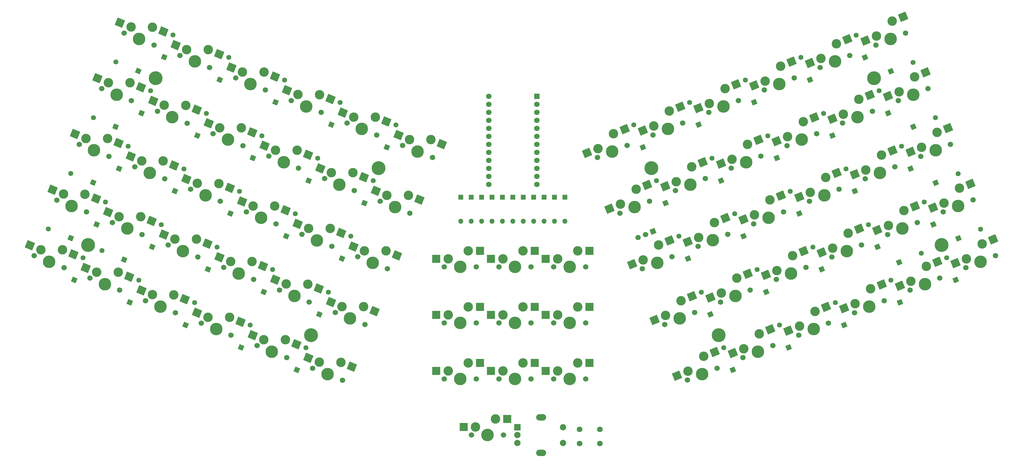
<source format=gbs>
G04 #@! TF.GenerationSoftware,KiCad,Pcbnew,8.0.1*
G04 #@! TF.CreationDate,2024-05-03T20:41:19+02:00*
G04 #@! TF.ProjectId,boomerang,626f6f6d-6572-4616-9e67-2e6b69636164,rev?*
G04 #@! TF.SameCoordinates,Original*
G04 #@! TF.FileFunction,Soldermask,Bot*
G04 #@! TF.FilePolarity,Negative*
%FSLAX46Y46*%
G04 Gerber Fmt 4.6, Leading zero omitted, Abs format (unit mm)*
G04 Created by KiCad (PCBNEW 8.0.1) date 2024-05-03 20:41:19*
%MOMM*%
%LPD*%
G01*
G04 APERTURE LIST*
G04 Aperture macros list*
%AMHorizOval*
0 Thick line with rounded ends*
0 $1 width*
0 $2 $3 position (X,Y) of the first rounded end (center of the circle)*
0 $4 $5 position (X,Y) of the second rounded end (center of the circle)*
0 Add line between two ends*
20,1,$1,$2,$3,$4,$5,0*
0 Add two circle primitives to create the rounded ends*
1,1,$1,$2,$3*
1,1,$1,$4,$5*%
%AMRotRect*
0 Rectangle, with rotation*
0 The origin of the aperture is its center*
0 $1 length*
0 $2 width*
0 $3 Rotation angle, in degrees counterclockwise*
0 Add horizontal line*
21,1,$1,$2,0,0,$3*%
G04 Aperture macros list end*
%ADD10RotRect,1.600000X1.600000X68.000000*%
%ADD11HorizOval,1.600000X0.000000X0.000000X0.000000X0.000000X0*%
%ADD12C,1.701800*%
%ADD13C,3.000000*%
%ADD14C,3.987800*%
%ADD15RotRect,2.550000X2.500000X22.000000*%
%ADD16R,2.550000X2.500000*%
%ADD17RotRect,1.600000X1.600000X112.000000*%
%ADD18HorizOval,1.600000X0.000000X0.000000X0.000000X0.000000X0*%
%ADD19RotRect,2.550000X2.500000X338.000000*%
%ADD20RotRect,1.700000X1.700000X292.000000*%
%ADD21HorizOval,1.700000X0.000000X0.000000X0.000000X0.000000X0*%
%ADD22R,1.600000X1.600000*%
%ADD23O,1.600000X1.600000*%
%ADD24RotRect,1.600000X1.600000X22.000000*%
%ADD25HorizOval,1.600000X0.000000X0.000000X0.000000X0.000000X0*%
%ADD26RotRect,1.600000X1.600000X158.000000*%
%ADD27HorizOval,1.600000X0.000000X0.000000X0.000000X0.000000X0*%
%ADD28C,4.400000*%
%ADD29O,3.200000X2.000000*%
%ADD30R,2.000000X2.000000*%
%ADD31C,2.000000*%
%ADD32C,1.800000*%
%ADD33R,1.752600X1.752600*%
%ADD34C,1.752600*%
G04 APERTURE END LIST*
D10*
X90716236Y-70674026D03*
D11*
X93570738Y-63608885D03*
D12*
X302507555Y-134048979D03*
D13*
X302733578Y-131218182D03*
D14*
X307217649Y-132145978D03*
D13*
X307669694Y-126484383D03*
D12*
X311927743Y-130242977D03*
D15*
X311146634Y-125079609D03*
X299256638Y-132622957D03*
D12*
X214235955Y-137211431D03*
D13*
X215505955Y-134671431D03*
D14*
X219315955Y-137211431D03*
D13*
X221855955Y-132131431D03*
D12*
X224395955Y-137211431D03*
D16*
X225605955Y-132131431D03*
X211755955Y-134671431D03*
D17*
X313023542Y-70744577D03*
D18*
X310169040Y-63679436D03*
D12*
X74325810Y-123107534D03*
D13*
X76454834Y-121228237D03*
D14*
X79035904Y-125010535D03*
D13*
X83293952Y-121251942D03*
D12*
X83745998Y-126913536D03*
D19*
X86770892Y-122656716D03*
X72977895Y-119823462D03*
D20*
X245755047Y-125948499D03*
D21*
X243400000Y-126900000D03*
X241044953Y-127851500D03*
D17*
X327472682Y-105998919D03*
D18*
X324618180Y-98933778D03*
D12*
X228110230Y-102469189D03*
D13*
X228336253Y-99638392D03*
D14*
X232820324Y-100566188D03*
D13*
X233272369Y-94904593D03*
D12*
X237530418Y-98663187D03*
D15*
X236749309Y-93499819D03*
X224859313Y-101043167D03*
D17*
X292146977Y-120271430D03*
D18*
X289292475Y-113206289D03*
D22*
X217823451Y-115061431D03*
D23*
X217823451Y-122681431D03*
D17*
X341745193Y-141324624D03*
D18*
X338890691Y-134259483D03*
D12*
X337833259Y-119776468D03*
D13*
X338059282Y-116945671D03*
D14*
X342543353Y-117873467D03*
D13*
X342995398Y-112211872D03*
D12*
X347253447Y-115970466D03*
D15*
X346472338Y-110807098D03*
X334582342Y-118350446D03*
D10*
X118883209Y-102665021D03*
D11*
X121737711Y-95599880D03*
D12*
X179520955Y-172771431D03*
D13*
X180790955Y-170231431D03*
D14*
X184600955Y-172771431D03*
D13*
X187140955Y-167691431D03*
D12*
X189680955Y-172771431D03*
D16*
X190890955Y-167691431D03*
X177040955Y-170231431D03*
D12*
X235246487Y-120132041D03*
D13*
X235472510Y-117301244D03*
D14*
X239956581Y-118229040D03*
D13*
X240408626Y-112567445D03*
D12*
X244666675Y-116326039D03*
D15*
X243885566Y-111162671D03*
X231995570Y-118706019D03*
D17*
X263976258Y-152253152D03*
D18*
X261121756Y-145188011D03*
D10*
X139940149Y-152253966D03*
D11*
X142794651Y-145188825D03*
D12*
X123924026Y-102054341D03*
D13*
X126053050Y-100175044D03*
D14*
X128634120Y-103957342D03*
D13*
X132892168Y-100198749D03*
D12*
X133344214Y-105860343D03*
D19*
X136369108Y-101603523D03*
X122576111Y-98770269D03*
D12*
X137840965Y-169315410D03*
D13*
X139969989Y-167436113D03*
D14*
X142551059Y-171218411D03*
D13*
X146809107Y-167459818D03*
D12*
X147261153Y-173121412D03*
D19*
X150286047Y-168864592D03*
X136493050Y-166031338D03*
D12*
X144977219Y-151652557D03*
D13*
X147106243Y-149773260D03*
D14*
X149687313Y-153555558D03*
D13*
X153945361Y-149796965D03*
D12*
X154397407Y-155458559D03*
D19*
X157422301Y-151201739D03*
X143629304Y-148368485D03*
D10*
X126041941Y-84946539D03*
D11*
X128896443Y-77881398D03*
D12*
X249518998Y-155457746D03*
D13*
X249745021Y-152626949D03*
D14*
X254229092Y-153554745D03*
D13*
X254681137Y-147893150D03*
D12*
X258939186Y-151651744D03*
D15*
X258158077Y-146488376D03*
X246268081Y-154031724D03*
D12*
X252909338Y-112995786D03*
D13*
X253135361Y-110164989D03*
D14*
X257619432Y-111092785D03*
D13*
X258071477Y-105431190D03*
D12*
X262329526Y-109189784D03*
D15*
X261548417Y-104026416D03*
X249658421Y-111569764D03*
D12*
X141586881Y-109190597D03*
D13*
X143715905Y-107311300D03*
D14*
X146296975Y-111093598D03*
D13*
X150555023Y-107335005D03*
D12*
X151007069Y-112996599D03*
D19*
X154031963Y-108739779D03*
X140238966Y-105906525D03*
D10*
X122277295Y-145117710D03*
D11*
X125131797Y-138052569D03*
D12*
X267181851Y-148321491D03*
D13*
X267407874Y-145490694D03*
D14*
X271891945Y-146418490D03*
D13*
X272343990Y-140756895D03*
D12*
X276602039Y-144515489D03*
D15*
X275820930Y-139352121D03*
X263930934Y-146895469D03*
D10*
X115159769Y-162734204D03*
D11*
X118014271Y-155669063D03*
D17*
X288756636Y-162733391D03*
D18*
X285902134Y-155668250D03*
D12*
X81462067Y-105444684D03*
D13*
X83591091Y-103565387D03*
D14*
X86172161Y-107347685D03*
D13*
X90430209Y-103589092D03*
D12*
X90882255Y-109250686D03*
D19*
X93907149Y-104993866D03*
X80114152Y-102160612D03*
D12*
X270572192Y-105859530D03*
D13*
X270798215Y-103028733D03*
D14*
X275282286Y-103956529D03*
D13*
X275734331Y-98294934D03*
D12*
X279992380Y-102053528D03*
D15*
X279211271Y-96890160D03*
X267321275Y-104433508D03*
D17*
X295537319Y-77809470D03*
D18*
X292682817Y-70744329D03*
D24*
X342578911Y-128132145D03*
D25*
X349644052Y-125277643D03*
D10*
X62171214Y-141325438D03*
D11*
X65025716Y-134260297D03*
D12*
X245773084Y-95332933D03*
D13*
X245999107Y-92502136D03*
D14*
X250483178Y-93429932D03*
D13*
X250935223Y-87768337D03*
D12*
X255193272Y-91526931D03*
D15*
X254412163Y-86363563D03*
X242522167Y-93906911D03*
D12*
X196878455Y-154991431D03*
D13*
X198148455Y-152451431D03*
D14*
X201958455Y-154991431D03*
D13*
X204498455Y-149911431D03*
D12*
X207038455Y-154991431D03*
D16*
X208248455Y-149911431D03*
X194398455Y-152451431D03*
D17*
X299301962Y-137980641D03*
D18*
X296447460Y-130915500D03*
D12*
X148723133Y-91527745D03*
D13*
X150852157Y-89648448D03*
D14*
X153433227Y-93430746D03*
D13*
X157691275Y-89672153D03*
D12*
X158143321Y-95333747D03*
D19*
X161168215Y-91076927D03*
X147375218Y-88243673D03*
D12*
X284844703Y-141185235D03*
D13*
X285070726Y-138354438D03*
D14*
X289554797Y-139282234D03*
D13*
X290006842Y-133620639D03*
D12*
X294264891Y-137379233D03*
D15*
X293483782Y-132215865D03*
X281593786Y-139759213D03*
D26*
X78055062Y-134887292D03*
D27*
X70989921Y-132032790D03*
D17*
X274484124Y-127407686D03*
D18*
X271629622Y-120342545D03*
D28*
X137287761Y-158818856D03*
D10*
X161367646Y-99219050D03*
D11*
X164222148Y-92153909D03*
D17*
X277874466Y-84945726D03*
D18*
X275019964Y-77880585D03*
D12*
X196878455Y-172771431D03*
D13*
X198148455Y-170231431D03*
D14*
X201958455Y-172771431D03*
D13*
X204498455Y-167691431D03*
D12*
X207038455Y-172771431D03*
D16*
X208248455Y-167691431D03*
X194398455Y-170231431D03*
D10*
X83557502Y-88392511D03*
D11*
X86412004Y-81327370D03*
D22*
X188123458Y-115061431D03*
D23*
X188123458Y-122681431D03*
D12*
X99124918Y-112580937D03*
D13*
X101253942Y-110701640D03*
D14*
X103835012Y-114483938D03*
D13*
X108093060Y-110725345D03*
D12*
X108545106Y-116386939D03*
D19*
X111570000Y-112130119D03*
X97777003Y-109296865D03*
D12*
X313034152Y-109249871D03*
D13*
X313260175Y-106419074D03*
D14*
X317744246Y-107346870D03*
D13*
X318196291Y-101685275D03*
D12*
X322454340Y-105443869D03*
D15*
X321673231Y-100280501D03*
X309783235Y-107823849D03*
D24*
X323797412Y-135720364D03*
D25*
X330862553Y-132865862D03*
D12*
X256655254Y-173120598D03*
D13*
X256881277Y-170289801D03*
D14*
X261365348Y-171217597D03*
D13*
X261817393Y-165556002D03*
D12*
X266075442Y-169314596D03*
D15*
X265294333Y-164151228D03*
X253404337Y-171694576D03*
D26*
X68201550Y-110424343D03*
D27*
X61136409Y-107569841D03*
D17*
X316964815Y-130844386D03*
D18*
X314110313Y-123779245D03*
D12*
X327306664Y-144575576D03*
D13*
X327532687Y-141744779D03*
D14*
X332016758Y-142672575D03*
D13*
X332468803Y-137010980D03*
D12*
X336726852Y-140769574D03*
D15*
X335945743Y-135606206D03*
X324055747Y-143149554D03*
D24*
X328273097Y-92724013D03*
D25*
X335338238Y-89869511D03*
D28*
X88045117Y-77285275D03*
D12*
X166385989Y-98664001D03*
D13*
X168515013Y-96784704D03*
D14*
X171096083Y-100567002D03*
D13*
X175354131Y-96808409D03*
D12*
X175806177Y-102470003D03*
D19*
X178831071Y-98213183D03*
X165038074Y-95379929D03*
D12*
X298761640Y-73924167D03*
D13*
X298987663Y-71093370D03*
D14*
X303471734Y-72021166D03*
D13*
X303923779Y-66359571D03*
D12*
X308181828Y-70118165D03*
D15*
X307400719Y-64954797D03*
X295510723Y-72498145D03*
D12*
X281098789Y-81060422D03*
D13*
X281324812Y-78229625D03*
D14*
X285808883Y-79157421D03*
D13*
X286260928Y-73495826D03*
D12*
X290518977Y-77254420D03*
D15*
X289737868Y-72091052D03*
X277847872Y-79634400D03*
D12*
X95734575Y-70118977D03*
D13*
X97863599Y-68239680D03*
D14*
X100444669Y-72021978D03*
D13*
X104702717Y-68263385D03*
D12*
X105154763Y-73924979D03*
D19*
X108179657Y-69668159D03*
X94386660Y-66834905D03*
D12*
X84852407Y-147906644D03*
D13*
X86981431Y-146027347D03*
D14*
X89562501Y-149809645D03*
D13*
X93820549Y-146051052D03*
D12*
X94272595Y-151712646D03*
D19*
X97297489Y-147455826D03*
X83504492Y-144622572D03*
D10*
X143704793Y-92082794D03*
D11*
X146559295Y-85017653D03*
D10*
X97496919Y-155597949D03*
D11*
X100351421Y-148532808D03*
D12*
X91988665Y-130243791D03*
D13*
X94117689Y-128364494D03*
D14*
X96698759Y-132146792D03*
D13*
X100956807Y-128388199D03*
D12*
X101408853Y-134049793D03*
D19*
X104433747Y-129792973D03*
X90640750Y-126959719D03*
D12*
X134450622Y-126853449D03*
D13*
X136579646Y-124974152D03*
D14*
X139160716Y-128756450D03*
D13*
X143418764Y-124997857D03*
D12*
X143870810Y-130659451D03*
D19*
X146895704Y-126402631D03*
X133102707Y-123569377D03*
D28*
X158696526Y-105830299D03*
D22*
X201323454Y-115061431D03*
D23*
X201323454Y-122681431D03*
D12*
X88598322Y-87781830D03*
D13*
X90727346Y-85902533D03*
D14*
X93308416Y-89684831D03*
D13*
X97566464Y-85926238D03*
D12*
X98018510Y-91587832D03*
D19*
X101043404Y-87331012D03*
X87250407Y-84497758D03*
D12*
X309643811Y-151711831D03*
D13*
X309869834Y-148881034D03*
D14*
X314353905Y-149808830D03*
D13*
X314805950Y-144147235D03*
D12*
X319063999Y-147905829D03*
D15*
X318282890Y-142742461D03*
X306392894Y-150285809D03*
D12*
X179520955Y-154991431D03*
D13*
X180790955Y-152451431D03*
D14*
X184600955Y-154991431D03*
D13*
X187140955Y-149911431D03*
D12*
X189680955Y-154991431D03*
D16*
X190890955Y-149911431D03*
X177040955Y-152451431D03*
D12*
X56662959Y-115971279D03*
D13*
X58791983Y-114091982D03*
D14*
X61373053Y-117874280D03*
D13*
X65631101Y-114115687D03*
D12*
X66083147Y-119777281D03*
D19*
X69108041Y-115520461D03*
X55315044Y-112687207D03*
D17*
X302696050Y-95527952D03*
D18*
X299841548Y-88462811D03*
D26*
X75356536Y-92715131D03*
D27*
X68291395Y-89860629D03*
D22*
X204623453Y-115061431D03*
D23*
X204623453Y-122681431D03*
D12*
X316424494Y-66787911D03*
D13*
X316650517Y-63957114D03*
D14*
X321134588Y-64884910D03*
D13*
X321586633Y-59223315D03*
D12*
X325844682Y-62981909D03*
D15*
X325063573Y-57818541D03*
X313173577Y-65361889D03*
D12*
X78071727Y-62982723D03*
D13*
X80200751Y-61103426D03*
D14*
X82781821Y-64885724D03*
D13*
X87039869Y-61127131D03*
D12*
X87491915Y-66788725D03*
D19*
X90516809Y-62531905D03*
X76723812Y-59698651D03*
D26*
X61087598Y-128031991D03*
D27*
X54022457Y-125177489D03*
D17*
X267370345Y-109800464D03*
D18*
X264515843Y-102735323D03*
D12*
X127314369Y-144516302D03*
D13*
X129443393Y-142637005D03*
D14*
X132024463Y-146419303D03*
D13*
X136282511Y-142660710D03*
D12*
X136734557Y-148322304D03*
D19*
X139759451Y-144065484D03*
X125966454Y-141232230D03*
D17*
X256821273Y-134543942D03*
D18*
X253966771Y-127478801D03*
D10*
X101220357Y-95528767D03*
D11*
X104074859Y-88463626D03*
D12*
X320170408Y-126912723D03*
D13*
X320396431Y-124081926D03*
D14*
X324880502Y-125009722D03*
D13*
X325332547Y-119348127D03*
D12*
X329590596Y-123106721D03*
D15*
X328809487Y-117943353D03*
X316919491Y-125486701D03*
D12*
X295371300Y-116386127D03*
D13*
X295597323Y-113555330D03*
D14*
X300081394Y-114483126D03*
D13*
X300533439Y-108821531D03*
D12*
X304791488Y-112580125D03*
D15*
X304010379Y-107416757D03*
X292120383Y-114960105D03*
D29*
X210252205Y-184951431D03*
X210252205Y-196151431D03*
D30*
X202752205Y-188051431D03*
D31*
X202752205Y-193051431D03*
X202752205Y-190551431D03*
X217252205Y-193051431D03*
X217252205Y-188051431D03*
D10*
X147095135Y-134544755D03*
D11*
X149949637Y-127479614D03*
D10*
X76443724Y-105999731D03*
D11*
X79298226Y-98934590D03*
D10*
X79834064Y-148461692D03*
D11*
X82688566Y-141396551D03*
D17*
X285033197Y-102664208D03*
D18*
X282178695Y-95599067D03*
D22*
X211223451Y-115061431D03*
D23*
X211223451Y-122681431D03*
D10*
X132822623Y-169870460D03*
D11*
X135677125Y-162805319D03*
D12*
X179520955Y-137211431D03*
D13*
X180790955Y-134671431D03*
D14*
X184600955Y-137211431D03*
D13*
X187140955Y-132131431D03*
D12*
X189680955Y-137211431D03*
D16*
X190890955Y-132131431D03*
X177040955Y-134671431D03*
D10*
X108379089Y-77810284D03*
D11*
X111233591Y-70745143D03*
D12*
X330697005Y-102113615D03*
D13*
X330923028Y-99282818D03*
D14*
X335407099Y-100210614D03*
D13*
X335859144Y-94549019D03*
D12*
X340117193Y-98307613D03*
D15*
X339336084Y-93144245D03*
X327446088Y-100687593D03*
D12*
X196878455Y-137211431D03*
D13*
X198148455Y-134671431D03*
D14*
X201958455Y-137211431D03*
D13*
X204498455Y-132131431D03*
D12*
X207038455Y-137211431D03*
D16*
X208248455Y-132131431D03*
X194398455Y-134671431D03*
D12*
X263435935Y-88196678D03*
D13*
X263661958Y-85365881D03*
D14*
X268146029Y-86293677D03*
D13*
X268598074Y-80632082D03*
D12*
X272856123Y-84390676D03*
D15*
X272075014Y-79227308D03*
X260185018Y-86770656D03*
D10*
X69288737Y-123708944D03*
D11*
X72143239Y-116643803D03*
D17*
X260211613Y-92081982D03*
D18*
X257357111Y-85016841D03*
D12*
X323560749Y-84450763D03*
D13*
X323786772Y-81619966D03*
D14*
X328270843Y-82547762D03*
D13*
X328722888Y-76886167D03*
D12*
X332980937Y-80644761D03*
D15*
X332199828Y-75481393D03*
X320309832Y-83024741D03*
D22*
X184823459Y-115061431D03*
D23*
X184823459Y-122681431D03*
D28*
X245219878Y-105829486D03*
D12*
X63799214Y-98308427D03*
D13*
X65928238Y-96429130D03*
D14*
X68509308Y-100211428D03*
D13*
X72767356Y-96452835D03*
D12*
X73219402Y-102114429D03*
D19*
X76244296Y-97857609D03*
X62451299Y-95024355D03*
D12*
X188199705Y-190551431D03*
D13*
X189469705Y-188011431D03*
D14*
X193279705Y-190551431D03*
D13*
X195819705Y-185471431D03*
D12*
X198359705Y-190551431D03*
D16*
X199569705Y-185471431D03*
X185719705Y-188011431D03*
D12*
X131060284Y-84391489D03*
D13*
X133189308Y-82512192D03*
D14*
X135770378Y-86294490D03*
D13*
X140028426Y-82535897D03*
D12*
X140480472Y-88197491D03*
D19*
X143505366Y-83940671D03*
X129712369Y-81107417D03*
D12*
X242382743Y-137794893D03*
D13*
X242608766Y-134964096D03*
D14*
X247092837Y-135891892D03*
D13*
X247544882Y-130230297D03*
D12*
X251802931Y-133988891D03*
D15*
X251021822Y-128825523D03*
X239131826Y-136368871D03*
D12*
X67189557Y-140770387D03*
D13*
X69318581Y-138891090D03*
D14*
X71899651Y-142673388D03*
D13*
X76157699Y-138914795D03*
D12*
X76609745Y-144576389D03*
D19*
X79634639Y-140319569D03*
X65841642Y-137486315D03*
D22*
X194723456Y-115061431D03*
D23*
X194723456Y-122681431D03*
D32*
X228950000Y-188750000D03*
X222450000Y-193250000D03*
X228950000Y-193250000D03*
X222450000Y-188750000D03*
D12*
X49526703Y-133634131D03*
D13*
X51655727Y-131754834D03*
D14*
X54236797Y-135537132D03*
D13*
X58494845Y-131778539D03*
D12*
X58946891Y-137440133D03*
D19*
X61971785Y-133183313D03*
X48178788Y-130350059D03*
D22*
X207923452Y-115061431D03*
D23*
X207923452Y-122681431D03*
D28*
X315871289Y-77284464D03*
D12*
X152113477Y-133989705D03*
D13*
X154242501Y-132110408D03*
D14*
X156823571Y-135892706D03*
D13*
X161081619Y-132134113D03*
D12*
X161533665Y-137795707D03*
D19*
X164558559Y-133538887D03*
X150765562Y-130705633D03*
D28*
X266628646Y-158818043D03*
D10*
X129432281Y-127408499D03*
D11*
X132286783Y-120343358D03*
D12*
X277708448Y-123522383D03*
D13*
X277934471Y-120691586D03*
D14*
X282418542Y-121619382D03*
D13*
X282870587Y-115957787D03*
D12*
X287128636Y-119716381D03*
D15*
X286347527Y-114553013D03*
X274457531Y-122096361D03*
D12*
X159249732Y-116326854D03*
D13*
X161378756Y-114447557D03*
D14*
X163959826Y-118229855D03*
D13*
X168217874Y-114471262D03*
D12*
X168669920Y-120132856D03*
D19*
X171694814Y-115876036D03*
X157901817Y-113042782D03*
D22*
X191423457Y-115061431D03*
D23*
X191423457Y-122681431D03*
D10*
X136546061Y-109801278D03*
D11*
X139400563Y-102736137D03*
D12*
X214235955Y-154991431D03*
D13*
X215505955Y-152451431D03*
D14*
X219315955Y-154991431D03*
D13*
X221855955Y-149911431D03*
D12*
X224395955Y-154991431D03*
D16*
X225605955Y-149911431D03*
X211755955Y-152451431D03*
D12*
X344969515Y-137439321D03*
D13*
X345195538Y-134608524D03*
D14*
X349679609Y-135536320D03*
D13*
X350131654Y-129874725D03*
D12*
X354389703Y-133633319D03*
D15*
X353608594Y-128469951D03*
X341718598Y-136013299D03*
D17*
X249707492Y-116936720D03*
D18*
X246852990Y-109871579D03*
D17*
X324082341Y-148460880D03*
D18*
X321227839Y-141395739D03*
D12*
X214235955Y-172771431D03*
D13*
X215505955Y-170231431D03*
D14*
X219315955Y-172771431D03*
D13*
X221855955Y-167691431D03*
D12*
X224395955Y-172771431D03*
D16*
X225605955Y-167691431D03*
X211755955Y-170231431D03*
D22*
X214523450Y-115061431D03*
D23*
X214523450Y-122681431D03*
D17*
X309809829Y-113135175D03*
D18*
X306955327Y-106070034D03*
D10*
X104614445Y-137981456D03*
D11*
X107468947Y-130916315D03*
D10*
X94106576Y-113135988D03*
D11*
X96961078Y-106070847D03*
D12*
X109651514Y-137380045D03*
D13*
X111780538Y-135500748D03*
D14*
X114361608Y-139283046D03*
D13*
X118619656Y-135524453D03*
D12*
X119071702Y-141186047D03*
D19*
X122096596Y-136929227D03*
X108303599Y-134095973D03*
D24*
X335442655Y-110469292D03*
D25*
X342507796Y-107614790D03*
D22*
X198023455Y-115061431D03*
D23*
X198023455Y-122681431D03*
D12*
X120178112Y-162179154D03*
D13*
X122307136Y-160299857D03*
D14*
X124888206Y-164082155D03*
D13*
X129146254Y-160323562D03*
D12*
X129598300Y-165985156D03*
D19*
X132623194Y-161728336D03*
X118830197Y-158895082D03*
D17*
X242548761Y-99218237D03*
D18*
X239694259Y-92153096D03*
D17*
X271093784Y-169869646D03*
D18*
X268239282Y-162804505D03*
D26*
X82496365Y-75043434D03*
D27*
X75431224Y-72188932D03*
D28*
X66636350Y-130273833D03*
D17*
X306419489Y-155597135D03*
D18*
X303564987Y-148531994D03*
D24*
X321170144Y-75143587D03*
D25*
X328235285Y-72289085D03*
D10*
X111769431Y-120272244D03*
D11*
X114623933Y-113207103D03*
D10*
X86951591Y-130845199D03*
D11*
X89806093Y-123780058D03*
D10*
X154208913Y-116937532D03*
D11*
X157063415Y-109872391D03*
D12*
X116787773Y-119717194D03*
D13*
X118916797Y-117837897D03*
D14*
X121497867Y-121620195D03*
D13*
X125755915Y-117861602D03*
D12*
X126207961Y-123523196D03*
D19*
X129232855Y-119266376D03*
X115439858Y-116433122D03*
D12*
X274318106Y-165984343D03*
D13*
X274544129Y-163153546D03*
D14*
X279028200Y-164081342D03*
D13*
X279480245Y-158419747D03*
D12*
X283738294Y-162178341D03*
D15*
X282957185Y-157014973D03*
X271067189Y-164558321D03*
D17*
X320358903Y-88391697D03*
D18*
X317504401Y-81326556D03*
D17*
X281639111Y-145116897D03*
D18*
X278784609Y-138051756D03*
D12*
X305897897Y-91587019D03*
D13*
X306123920Y-88756222D03*
D14*
X310607991Y-89684018D03*
D13*
X311060036Y-84022423D03*
D12*
X315318085Y-87781017D03*
D15*
X314536976Y-82617649D03*
X302646980Y-90160997D03*
D17*
X334627668Y-123708130D03*
D18*
X331773166Y-116642989D03*
D12*
X70935471Y-80645575D03*
D13*
X73064495Y-78766278D03*
D14*
X75645565Y-82548576D03*
D13*
X79903613Y-78789983D03*
D12*
X80355659Y-84451577D03*
D19*
X83380553Y-80194757D03*
X69587556Y-77361503D03*
D12*
X291980959Y-158848087D03*
D13*
X292206982Y-156017290D03*
D14*
X296691053Y-156945086D03*
D13*
X297143098Y-151283491D03*
D12*
X301401147Y-155042085D03*
D15*
X300620038Y-149878717D03*
X288730042Y-157422065D03*
D12*
X106261176Y-94918086D03*
D13*
X108390200Y-93038789D03*
D14*
X110971270Y-96821087D03*
D13*
X115229318Y-93062494D03*
D12*
X115681364Y-98724088D03*
D19*
X118706258Y-94467268D03*
X104913261Y-91634014D03*
D12*
X102515261Y-155042899D03*
D13*
X104644285Y-153163602D03*
D14*
X107225355Y-156945900D03*
D13*
X111483403Y-153187307D03*
D12*
X111935449Y-158848901D03*
D19*
X114960343Y-154592081D03*
X101167346Y-151758827D03*
D12*
X113397431Y-77255233D03*
D13*
X115526455Y-75375936D03*
D14*
X118107525Y-79158234D03*
D13*
X122365573Y-75399641D03*
D12*
X122817619Y-81061235D03*
D19*
X125842513Y-76804415D03*
X112049516Y-73971161D03*
D12*
X288235043Y-98723275D03*
D13*
X288461066Y-95892478D03*
D14*
X292945137Y-96820274D03*
D13*
X293397182Y-91158679D03*
D12*
X297655231Y-94917273D03*
D15*
X296874122Y-89753905D03*
X284984126Y-97297253D03*
D12*
X260045595Y-130658638D03*
D13*
X260271618Y-127827841D03*
D14*
X264755689Y-128755637D03*
D13*
X265207734Y-123094042D03*
D12*
X269465783Y-126852636D03*
D15*
X268684674Y-121689268D03*
X256794678Y-129232616D03*
D28*
X337280055Y-130273022D03*
D33*
X208943455Y-83071431D03*
D34*
X208943455Y-85611431D03*
X208943455Y-88151431D03*
X208943455Y-90691431D03*
X208943455Y-93231431D03*
X208943455Y-95771431D03*
X208943455Y-98311431D03*
X208943455Y-100851431D03*
X208943455Y-103391431D03*
X208943455Y-105931431D03*
X208943455Y-108471431D03*
X208943455Y-111011431D03*
X193703455Y-111011431D03*
X193703455Y-108471431D03*
X193703455Y-105931431D03*
X193703455Y-103391431D03*
X193703455Y-100851431D03*
X193703455Y-98311431D03*
X193703455Y-95771431D03*
X193703455Y-93231431D03*
X193703455Y-90691431D03*
X193703455Y-88151431D03*
X193703455Y-85611431D03*
X193703455Y-83071431D03*
M02*

</source>
